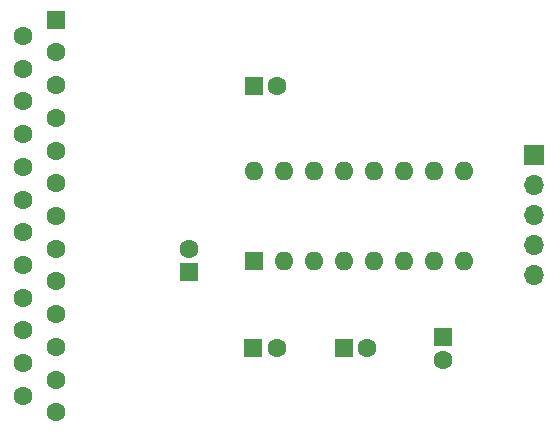
<source format=gbr>
%TF.GenerationSoftware,KiCad,Pcbnew,(6.0.2)*%
%TF.CreationDate,2022-02-24T11:02:53-06:00*%
%TF.ProjectId,RS232TTL_Adaper,52533233-3254-4544-9c5f-416461706572,rev?*%
%TF.SameCoordinates,Original*%
%TF.FileFunction,Soldermask,Bot*%
%TF.FilePolarity,Negative*%
%FSLAX46Y46*%
G04 Gerber Fmt 4.6, Leading zero omitted, Abs format (unit mm)*
G04 Created by KiCad (PCBNEW (6.0.2)) date 2022-02-24 11:02:53*
%MOMM*%
%LPD*%
G01*
G04 APERTURE LIST*
%ADD10R,1.600000X1.600000*%
%ADD11C,1.600000*%
%ADD12R,1.700000X1.700000*%
%ADD13O,1.700000X1.700000*%
%ADD14O,1.600000X1.600000*%
G04 APERTURE END LIST*
D10*
%TO.C,C4*%
X134239000Y-116773888D03*
D11*
X134239000Y-118773888D03*
%TD*%
D10*
%TO.C,J1*%
X101517331Y-89928000D03*
D11*
X101517331Y-92698000D03*
X101517331Y-95468000D03*
X101517331Y-98238000D03*
X101517331Y-101008000D03*
X101517331Y-103778000D03*
X101517331Y-106548000D03*
X101517331Y-109318000D03*
X101517331Y-112088000D03*
X101517331Y-114858000D03*
X101517331Y-117628000D03*
X101517331Y-120398000D03*
X101517331Y-123168000D03*
X98677331Y-91313000D03*
X98677331Y-94083000D03*
X98677331Y-96853000D03*
X98677331Y-99623000D03*
X98677331Y-102393000D03*
X98677331Y-105163000D03*
X98677331Y-107933000D03*
X98677331Y-110703000D03*
X98677331Y-113473000D03*
X98677331Y-116243000D03*
X98677331Y-119013000D03*
X98677331Y-121783000D03*
%TD*%
D12*
%TO.C,J2*%
X141986000Y-101351000D03*
D13*
X141986000Y-103891000D03*
X141986000Y-106431000D03*
X141986000Y-108971000D03*
X141986000Y-111511000D03*
%TD*%
D10*
%TO.C,C5*%
X118237000Y-95504000D03*
D11*
X120237000Y-95504000D03*
%TD*%
D10*
%TO.C,C2*%
X125857000Y-117729000D03*
D11*
X127857000Y-117729000D03*
%TD*%
D10*
%TO.C,C1*%
X118170888Y-117729000D03*
D11*
X120170888Y-117729000D03*
%TD*%
D10*
%TO.C,C3*%
X112776000Y-111318113D03*
D11*
X112776000Y-109318113D03*
%TD*%
D10*
%TO.C,U1*%
X118237000Y-110363000D03*
D14*
X120777000Y-110363000D03*
X123317000Y-110363000D03*
X125857000Y-110363000D03*
X128397000Y-110363000D03*
X130937000Y-110363000D03*
X133477000Y-110363000D03*
X136017000Y-110363000D03*
X136017000Y-102743000D03*
X133477000Y-102743000D03*
X130937000Y-102743000D03*
X128397000Y-102743000D03*
X125857000Y-102743000D03*
X123317000Y-102743000D03*
X120777000Y-102743000D03*
X118237000Y-102743000D03*
%TD*%
M02*

</source>
